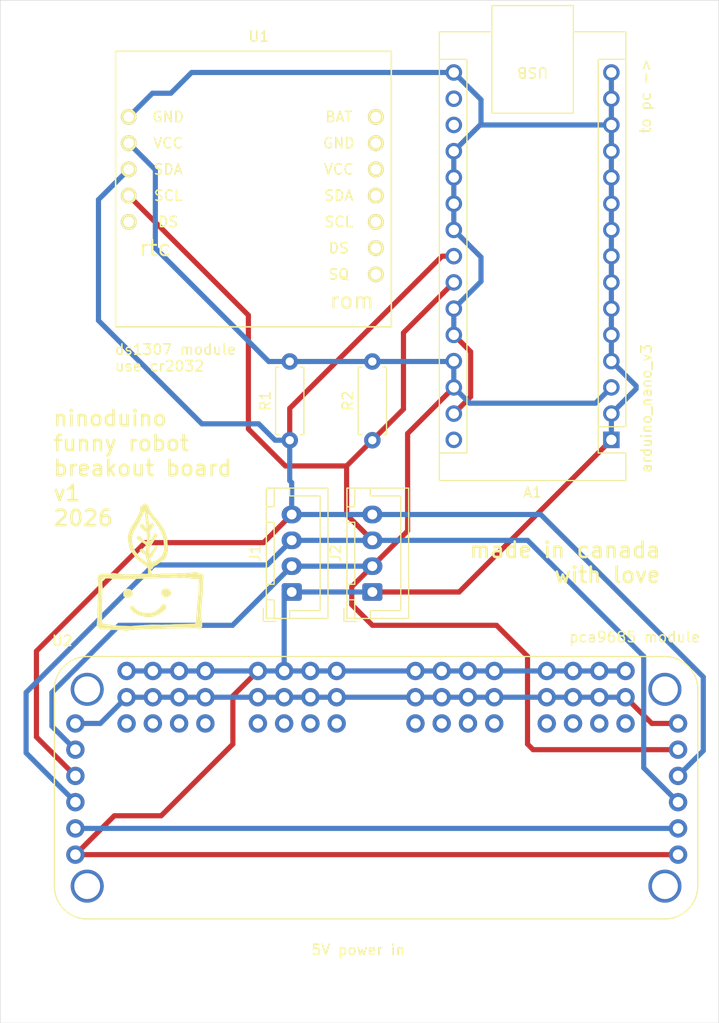
<source format=kicad_pcb>
(kicad_pcb (version 20241229) (generator "pcbnew") (generator_version "9.0")
  (layers (0 "F.Cu" signal) (2 "B.Cu" signal) (13 "F.Paste" user) (15 "B.Paste" user) (5 "F.SilkS" user "F.Silkscreen") (7 "B.SilkS" user "B.Silkscreen") (1 "F.Mask" user) (3 "B.Mask" user) (25 "Edge.Cuts" user))
  (net 0 "")
  (net 1 "GND")
  (net 2 "VBUS")
  (net 3 "SDA")
  (net 5 "SCL")
  (net 16 "+5V")
  (net 22 "Net-(U2-~{OE}-PadOE_1)")
  (footprint "Resistor_THT:R_Axial_DIN0207_L6.3mm_D2.5mm_P7.62mm_Horizontal" (layer "F.Cu") (at 146.49 88.587 90)
    (property "Reference" "R2" (at 3.81 -2.37 90) (layer "F.SilkS"))
    (property "Value" "10k")
    (pad "1" thru_hole circle (at 0 0 90) (size 1.6 1.6) (drill 0.8) (layers "*.Cu" "*.Mask") (net 5 "SCL"))
    (pad "2" thru_hole circle (at 7.62 0 90) (size 1.6 1.6) (drill 0.8) (layers "*.Cu" "*.Mask") (net 2 "VBUS"))
  )
  (footprint "Library:Tiny_RTC_DS1307" (layer "F.Cu") (at 134.355 62.372 180)
    (property "Reference" "U1" (at -1.145 12.872 0) (layer "F.SilkS"))
    (property "Value" "Tiny_RTC_DS1307" (hide yes))
    (fp_text user "SQ" (at -8.89 -10.16 0) (layer "F.SilkS"))
    (fp_text user "VCC" (at 7.62 2.54 0) (layer "F.SilkS"))
    (fp_text user "GND" (at 7.62 5.08 0) (layer "F.SilkS"))
    (fp_text user "BAT" (at -8.89 5.08 0) (layer "F.SilkS"))
    (fp_text user "DS" (at 7.62 -5.08 0) (layer "F.SilkS"))
    (fp_text user "SDA" (at 7.62 0 0) (layer "F.SilkS"))
    (fp_text user "rom" (at -10.16 -12.7 0) (layer "F.SilkS") (effects (font (size 1.5 1.5) (thickness 0.2))))
    (fp_text user "rtc" (at 8.89 -7.62 0) (layer "F.SilkS") (effects (font (size 1.5 1.5) (thickness 0.2))))
    (fp_text user "SDA" (at -8.89 -2.54 0) (layer "F.SilkS"))
    (fp_text user "SCL" (at 7.62 -2.54 0) (layer "F.SilkS"))
    (fp_text user "VCC" (at -8.89 0 0) (layer "F.SilkS"))
    (fp_text user "GND" (at -8.89 2.54 0) (layer "F.SilkS"))
    (fp_text user "SCL" (at -8.89 -5.08 0) (layer "F.SilkS"))
    (fp_text user "DS" (at -8.89 -7.62 0) (layer "F.SilkS"))
    (pad "1" thru_hole circle (at -12.47 5.08 180) (size 1.524 1.524) (drill 1) (layers "*.Cu" "*.Mask" "F.SilkS"))
    (pad "2" thru_hole circle (at -12.47 2.54 180) (size 1.524 1.524) (drill 1) (layers "*.Cu" "*.Mask" "F.SilkS"))
    (pad "3" thru_hole circle (at -12.47 0 180) (size 1.524 1.524) (drill 1) (layers "*.Cu" "*.Mask" "F.SilkS"))
    (pad "4" thru_hole circle (at -12.47 -2.54 180) (size 1.524 1.524) (drill 1) (layers "*.Cu" "*.Mask" "F.SilkS"))
    (pad "5" thru_hole circle (at -12.47 -5.08 180) (size 1.524 1.524) (drill 1) (layers "*.Cu" "*.Mask" "F.SilkS"))
    (pad "6" thru_hole circle (at -12.47 -7.62 180) (size 1.524 1.524) (drill 1) (layers "*.Cu" "*.Mask" "F.SilkS"))
    (pad "7" thru_hole circle (at -12.47 -10.16 180) (size 1.524 1.524) (drill 1) (layers "*.Cu" "*.Mask" "F.SilkS"))
    (pad "8" thru_hole circle (at 11.43 5.08 180) (size 1.524 1.524) (drill 1) (layers "*.Cu" "*.Mask" "F.SilkS") (net 1 "GND"))
    (pad "9" thru_hole circle (at 11.43 2.54 180) (size 1.524 1.524) (drill 1) (layers "*.Cu" "*.Mask" "F.SilkS") (net 2 "VBUS"))
    (pad "10" thru_hole circle (at 11.43 0 180) (size 1.524 1.524) (drill 1) (layers "*.Cu" "*.Mask" "F.SilkS") (net 3 "SDA"))
    (pad "11" thru_hole circle (at 11.43 -2.54 180) (size 1.524 1.524) (drill 1) (layers "*.Cu" "*.Mask" "F.SilkS") (net 5 "SCL"))
    (pad "12" thru_hole circle (at 11.43 -5.08 180) (size 1.524 1.524) (drill 1) (layers "*.Cu" "*.Mask" "F.SilkS"))
  )
  (footprint "Connector_JST:JST_XH_B4B-XH-A_1x04_P2.50mm_Vertical" (layer "F.Cu") (at 146.49 103.277 90)
    (property "Reference" "J2" (at 3.75 -3.55 90) (layer "F.SilkS"))
    (property "Value" "I2C Jumper")
    (pad "1" thru_hole roundrect (at 0 0 90) (size 1.7 1.95) (drill 0.95) (layers "*.Cu" "*.Mask") (roundrect_rratio 0.147059) (net 1 "GND"))
    (pad "2" thru_hole oval (at 2.5 0 90) (size 1.7 1.95) (drill 0.95) (layers "*.Cu" "*.Mask") (net 2 "VBUS"))
    (pad "3" thru_hole oval (at 5 0 90) (size 1.7 1.95) (drill 0.95) (layers "*.Cu" "*.Mask") (net 5 "SCL"))
    (pad "4" thru_hole oval (at 7.5 0 90) (size 1.7 1.95) (drill 0.95) (layers "*.Cu" "*.Mask") (net 3 "SDA"))
  )
  (footprint "Library:MODULE_815" (layer "F.Cu") (at 146.85 122.223 180)
    (property "Reference" "U2" (at 30.35 14.223 0) (layer "F.SilkS"))
    (property "Value" "pca9685 module" (at -25.015 14.585 0) (layer "F.SilkS"))
    (pad "0" thru_hole circle (at -24.13 6.223 180) (size 1.778 1.778) (drill 1) (layers "*.Cu" "*.Mask"))
    (pad "1" thru_hole circle (at -21.59 6.223 180) (size 1.778 1.778) (drill 1) (layers "*.Cu" "*.Mask"))
    (pad "2" thru_hole circle (at -19.05 6.223 180) (size 1.778 1.778) (drill 1) (layers "*.Cu" "*.Mask"))
    (pad "3" thru_hole circle (at -16.51 6.223 180) (size 1.778 1.778) (drill 1) (layers "*.Cu" "*.Mask"))
    (pad "4" thru_hole circle (at -11.43 6.223 180) (size 1.778 1.778) (drill 1) (layers "*.Cu" "*.Mask"))
    (pad "5" thru_hole circle (at -8.89 6.223 180) (size 1.778 1.778) (drill 1) (layers "*.Cu" "*.Mask"))
    (pad "6" thru_hole circle (at -6.35 6.223 180) (size 1.778 1.778) (drill 1) (layers "*.Cu" "*.Mask"))
    (pad "7" thru_hole circle (at -3.81 6.223 180) (size 1.778 1.778) (drill 1) (layers "*.Cu" "*.Mask"))
    (pad "8" thru_hole circle (at 3.81 6.223 180) (size 1.778 1.778) (drill 1) (layers "*.Cu" "*.Mask"))
    (pad "9" thru_hole circle (at 6.35 6.223 180) (size 1.778 1.778) (drill 1) (layers "*.Cu" "*.Mask"))
    (pad "10" thru_hole circle (at 8.89 6.223 180) (size 1.778 1.778) (drill 1) (layers "*.Cu" "*.Mask"))
    (pad "11" thru_hole circle (at 11.43 6.223 180) (size 1.778 1.778) (drill 1) (layers "*.Cu" "*.Mask"))
    (pad "12" thru_hole circle (at 16.51 6.223 180) (size 1.778 1.778) (drill 1) (layers "*.Cu" "*.Mask"))
    (pad "13" thru_hole circle (at 19.05 6.223 180) (size 1.778 1.778) (drill 1) (layers "*.Cu" "*.Mask"))
    (pad "14" thru_hole circle (at 21.59 6.223 180) (size 1.778 1.778) (drill 1) (layers "*.Cu" "*.Mask"))
    (pad "15" thru_hole circle (at 24.13 6.223 180) (size 1.778 1.778) (drill 1) (layers "*.Cu" "*.Mask"))
    (pad "GND_1" thru_hole circle (at -29.21 -6.477 180) (size 1.778 1.778) (drill 1.016) (layers "*.Cu" "*.Mask") (net 1 "GND"))
    (pad "GND_2" thru_hole circle (at 29.083 -6.477 180) (size 1.778 1.778) (drill 1.016) (layers "*.Cu" "*.Mask") (net 1 "GND"))
    (pad "GND_3" thru_hole circle (at -24.13 11.303 180) (size 1.778 1.778) (drill 1) (layers "*.Cu" "*.Mask") (net 1 "GND"))
    (pad "GND_4" thru_hole circle (at -21.59 11.303 180) (size 1.778 1.778) (drill 1) (layers "*.Cu" "*.Mask") (net 1 "GND"))
    (pad "GND_5" thru_hole circle (at -19.05 11.303 180) (size 1.778 1.778) (drill 1) (layers "*.Cu" "*.Mask") (net 1 "GND"))
    (pad "GND_6" thru_hole circle (at -16.51 11.303 180) (size 1.778 1.778) (drill 1) (layers "*.Cu" "*.Mask") (net 1 "GND"))
    (pad "GND_7" thru_hole circle (at -11.43 11.303 180) (size 1.778 1.778) (drill 1) (layers "*.Cu" "*.Mask") (net 1 "GND"))
    (pad "GND_8" thru_hole circle (at -8.89 11.303 180) (size 1.778 1.778) (drill 1) (layers "*.Cu" "*.Mask") (net 1 "GND"))
    (pad "GND_9" thru_hole circle (at -6.35 11.303 180) (size 1.778 1.778) (drill 1) (layers "*.Cu" "*.Mask") (net 1 "GND"))
    (pad "GND_10" thru_hole circle (at -3.81 11.303 180) (size 1.778 1.778) (drill 1) (layers "*.Cu" "*.Mask") (net 1 "GND"))
    (pad "GND_11" thru_hole circle (at 3.81 11.303 180) (size 1.778 1.778) (drill 1) (layers "*.Cu" "*.Mask") (net 1 "GND"))
    (pad "GND_12" thru_hole circle (at 6.35 11.303 180) (size 1.778 1.778) (drill 1) (layers "*.Cu" "*.Mask") (net 1 "GND"))
    (pad "GND_13" thru_hole circle (at 8.89 11.303 180) (size 1.778 1.778) (drill 1) (layers "*.Cu" "*.Mask") (net 1 "GND"))
    (pad "GND_14" thru_hole circle (at 11.43 11.303 180) (size 1.778 1.778) (drill 1) (layers "*.Cu" "*.Mask") (net 1 "GND"))
    (pad "GND_15" thru_hole circle (at 16.51 11.303 180) (size 1.778 1.778) (drill 1) (layers "*.Cu" "*.Mask") (net 1 "GND"))
    (pad "GND_16" thru_hole circle (at 19.05 11.303 180) (size 1.778 1.778) (drill 1) (layers "*.Cu" "*.Mask") (net 1 "GND"))
    (pad "GND_17" thru_hole circle (at 21.59 11.303 180) (size 1.778 1.778) (drill 1) (layers "*.Cu" "*.Mask") (net 1 "GND"))
    (pad "GND_18" thru_hole circle (at 24.13 11.303 180) (size 1.778 1.778) (drill 1) (layers "*.Cu" "*.Mask") (net 1 "GND"))
    (pad "OE_1" thru_hole circle (at -29.21 -3.937 180) (size 1.778 1.778) (drill 1.016) (layers "*.Cu" "*.Mask") (net 22 "Net-(U2-~{OE}-PadOE_1)"))
    (pad "OE_2" thru_hole circle (at 29.083 -3.937 180) (size 1.778 1.778) (drill 1.016) (layers "*.Cu" "*.Mask") (net 22 "Net-(U2-~{OE}-PadOE_1)"))
    (pad "S1" thru_hole circle (at -27.94 -9.525 180) (size 3.2 3.2) (drill 2.5) (layers "*.Cu" "*.Mask"))
    (pad "S2" thru_hole circle (at 27.94 -9.525 180) (size 3.2 3.2) (drill 2.5) (layers "*.Cu" "*.Mask"))
    (pad "S3" thru_hole circle (at -27.94 9.525 180) (size 3.2 3.2) (drill 2.5) (layers "*.Cu" "*.Mask"))
    (pad "S4" thru_hole circle (at 27.94 9.525 180) (size 3.2 3.2) (drill 2.5) (layers "*.Cu" "*.Mask"))
    (pad "SCL_1" thru_hole circle (at -29.21 -1.397 180) (size 1.778 1.778) (drill 1.016) (layers "*.Cu" "*.Mask") (net 5 "SCL"))
    (pad "SCL_2" thru_hole circle (at 29.083 -1.397 180) (size 1.778 1.778) (drill 1.016) (layers "*.Cu" "*.Mask") (net 5 "SCL"))
    (pad "SDA_1" thru_hole circle (at -29.21 1.143 180) (size 1.778 1.778) (drill 1.016) (layers "*.Cu" "*.Mask") (net 3 "SDA"))
    (pad "SDA_2" thru_hole circle (at 29.083 1.143 180) (size 1.778 1.778) (drill 1.016) (layers "*.Cu" "*.Mask") (net 3 "SDA"))
    (pad "V+_1" thru_hole circle (at -29.21 6.223 180) (size 1.778 1.778) (drill 1.016) (layers "*.Cu" "*.Mask") (net 16 "+5V"))
    (pad "V+_2" thru_hole circle (at 29.083 6.223 180) (size 1.778 1.778) (drill 1.016) (layers "*.Cu" "*.Mask") (net 16 "+5V"))
    (pad "V+_3" thru_hole circle (at -24.13 8.763 180) (size 1.778 1.778) (drill 1) (layers "*.Cu" "*.Mask") (net 16 "+5V"))
    (pad "V+_4" thru_hole circle (at -21.59 8.763 180) (size 1.778 1.778) (drill 1) (layers "*.Cu" "*.Mask") (net 16 "+5V"))
    (pad "V+_5" thru_hole circle (at -19.05 8.763 180) (size 1.778 1.778) (drill 1) (layers "*.Cu" "*.Mask") (net 16 "+5V"))
    (pad "V+_6" thru_hole circle (at -16.51 8.763 180) (size 1.778 1.778) (drill 1) (layers "*.Cu" "*.Mask") (net 16 "+5V"))
    (pad "V+_7" thru_hole circle (at -11.43 8.763 180) (size 1.778 1.778) (drill 1) (layers "*.Cu" "*.Mask") (net 16 "+5V"))
    (pad "V+_8" thru_hole circle (at -8.89 8.763 180) (size 1.778 1.778) (drill 1) (layers "*.Cu" "*.Mask") (net 16 "+5V"))
    (pad "V+_9" thru_hole circle (at -6.35 8.763 180) (size 1.778 1.778) (drill 1) (layers "*.Cu" "*.Mask") (net 16 "+5V"))
    (pad "V+_10" thru_hole circle (at -3.81 8.763 180) (size 1.778 1.778) (drill 1) (layers "*.Cu" "*.Mask") (net 16 "+5V"))
    (pad "V+_11" thru_hole circle (at 3.81 8.763 180) (size 1.778 1.778) (drill 1) (layers "*.Cu" "*.Mask") (net 16 "+5V"))
    (pad "V+_12" thru_hole circle (at 6.35 8.763 180) (size 1.778 1.778) (drill 1) (layers "*.Cu" "*.Mask") (net 16 "+5V"))
    (pad "V+_13" thru_hole circle (at 8.89 8.763 180) (size 1.778 1.778) (drill 1) (layers "*.Cu" "*.Mask") (net 16 "+5V"))
    (pad "V+_14" thru_hole circle (at 11.43 8.763 180) (size 1.778 1.778) (drill 1) (layers "*.Cu" "*.Mask") (net 16 "+5V"))
    (pad "V+_15" thru_hole circle (at 16.51 8.763 180) (size 1.778 1.778) (drill 1) (layers "*.Cu" "*.Mask") (net 16 "+5V"))
    (pad "V+_16" thru_hole circle (at 19.05 8.763 180) (size 1.778 1.778) (drill 1) (layers "*.Cu" "*.Mask") (net 16 "+5V"))
    (pad "V+_17" thru_hole circle (at 21.59 8.763 180) (size 1.778 1.778) (drill 1) (layers "*.Cu" "*.Mask") (net 16 "+5V"))
    (pad "V+_18" thru_hole circle (at 24.13 8.763 180) (size 1.778 1.778) (drill 1) (layers "*.Cu" "*.Mask") (net 16 "+5V"))
    (pad "VCC_1" thru_hole circle (at -29.21 3.683 180) (size 1.778 1.778) (drill 1.016) (layers "*.Cu" "*.Mask") (net 2 "VBUS"))
    (pad "VCC_2" thru_hole circle (at 29.083 3.683 180) (size 1.778 1.778) (drill 1.016) (layers "*.Cu" "*.Mask") (net 2 "VBUS"))
  )
  (footprint "Module:Arduino_Nano" (layer "F.Cu") (at 169.61 88.55 180)
    (property "Reference" "A1" (at 7.62 -5.08 0) (layer "F.SilkS"))
    (property "Value" "arduino_nano_v3" (at -3.39 3.05 90) (layer "F.SilkS"))
    (fp_text user "USB" (at 7.62 35.56 180) (layer "F.SilkS"))
    (pad "1" thru_hole rect (at 0 0 180) (size 1.6 1.6) (drill 1) (layers "*.Cu" "*.Mask") (net 1 "GND"))
    (pad "2" thru_hole oval (at 0 2.54 180) (size 1.6 1.6) (drill 1) (layers "*.Cu" "*.Mask") (net 1 "GND"))
    (pad "3" thru_hole oval (at 0 5.08 180) (size 1.6 1.6) (drill 1) (layers "*.Cu" "*.Mask") (net 2 "VBUS"))
    (pad "4" thru_hole oval (at 0 7.62 180) (size 1.6 1.6) (drill 1) (layers "*.Cu" "*.Mask") (net 1 "GND"))
    (pad "5" thru_hole oval (at 0 10.16 180) (size 1.6 1.6) (drill 1) (layers "*.Cu" "*.Mask") (net 1 "GND"))
    (pad "6" thru_hole oval (at 0 12.7 180) (size 1.6 1.6) (drill 1) (layers "*.Cu" "*.Mask") (net 1 "GND"))
    (pad "7" thru_hole oval (at 0 15.24 180) (size 1.6 1.6) (drill 1) (layers "*.Cu" "*.Mask") (net 1 "GND"))
    (pad "8" thru_hole oval (at 0 17.78 180) (size 1.6 1.6) (drill 1) (layers "*.Cu" "*.Mask") (net 1 "GND"))
    (pad "9" thru_hole oval (at 0 20.32 180) (size 1.6 1.6) (drill 1) (layers "*.Cu" "*.Mask") (net 1 "GND"))
    (pad "10" thru_hole oval (at 0 22.86 180) (size 1.6 1.6) (drill 1) (layers "*.Cu" "*.Mask") (net 1 "GND"))
    (pad "11" thru_hole oval (at 0 25.4 180) (size 1.6 1.6) (drill 1) (layers "*.Cu" "*.Mask") (net 1 "GND"))
    (pad "12" thru_hole oval (at 0 27.94 180) (size 1.6 1.6) (drill 1) (layers "*.Cu" "*.Mask") (net 1 "GND"))
    (pad "13" thru_hole oval (at 0 30.48 180) (size 1.6 1.6) (drill 1) (layers "*.Cu" "*.Mask") (net 1 "GND"))
    (pad "14" thru_hole oval (at 0 33.02 180) (size 1.6 1.6) (drill 1) (layers "*.Cu" "*.Mask") (net 1 "GND"))
    (pad "15" thru_hole oval (at 0 35.56 180) (size 1.6 1.6) (drill 1) (layers "*.Cu" "*.Mask") (net 1 "GND"))
    (pad "16" thru_hole oval (at 15.24 35.56 180) (size 1.6 1.6) (drill 1) (layers "*.Cu" "*.Mask") (net 1 "GND"))
    (pad "17" thru_hole oval (at 15.24 33.02 180) (size 1.6 1.6) (drill 1) (layers "*.Cu" "*.Mask"))
    (pad "18" thru_hole oval (at 15.24 30.48 180) (size 1.6 1.6) (drill 1) (layers "*.Cu" "*.Mask"))
    (pad "19" thru_hole oval (at 15.24 27.94 180) (size 1.6 1.6) (drill 1) (layers "*.Cu" "*.Mask") (net 1 "GND"))
    (pad "20" thru_hole oval (at 15.24 25.4 180) (size 1.6 1.6) (drill 1) (layers "*.Cu" "*.Mask") (net 1 "GND"))
    (pad "21" thru_hole oval (at 15.24 22.86 180) (size 1.6 1.6) (drill 1) (layers "*.Cu" "*.Mask") (net 1 "GND"))
    (pad "22" thru_hole oval (at 15.24 20.32 180) (size 1.6 1.6) (drill 1) (layers "*.Cu" "*.Mask") (net 1 "GND"))
    (pad "23" thru_hole oval (at 15.24 17.78 180) (size 1.6 1.6) (drill 1) (layers "*.Cu" "*.Mask") (net 3 "SDA"))
    (pad "24" thru_hole oval (at 15.24 15.24 180) (size 1.6 1.6) (drill 1) (layers "*.Cu" "*.Mask") (net 5 "SCL"))
    (pad "25" thru_hole oval (at 15.24 12.7 180) (size 1.6 1.6) (drill 1) (layers "*.Cu" "*.Mask") (net 1 "GND"))
    (pad "26" thru_hole oval (at 15.24 10.16 180) (size 1.6 1.6) (drill 1) (layers "*.Cu" "*.Mask") (net 1 "GND"))
    (pad "27" thru_hole oval (at 15.24 7.62 180) (size 1.6 1.6) (drill 1) (layers "*.Cu" "*.Mask") (net 2 "VBUS"))
    (pad "28" thru_hole oval (at 15.24 5.08 180) (size 1.6 1.6) (drill 1) (layers "*.Cu" "*.Mask") (net 2 "VBUS"))
    (pad "29" thru_hole oval (at 15.24 2.54 180) (size 1.6 1.6) (drill 1) (layers "*.Cu" "*.Mask") (net 1 "GND"))
    (pad "30" thru_hole oval (at 15.24 0 180) (size 1.6 1.6) (drill 1) (layers "*.Cu" "*.Mask"))
  )
  (footprint "Library:ninoduino" (layer "F.Cu") (at 124.64367 102)
    (property "Reference" "G***" (hide yes))
    (property "Value" "LOGO" (hide yes))
  )
  (footprint "MountingHole:MountingHole_3.2mm_M3" (layer "F.Cu") (at 175 140)
    (property "Reference" "REF**" (hide yes))
    (property "Value" "MountingHole_3.2mm_M3" (hide yes))
    (pad "" np_thru_hole circle (at 0 0) (size 3.2 3.2) (drill 3.2) (layers "*.Cu" "*.Mask"))
  )
  (footprint "Connector_JST:JST_XH_B4B-XH-A_1x04_P2.50mm_Vertical" (layer "F.Cu") (at 138.69 103.277 90)
    (property "Reference" "J1" (at 3.75 -3.55 90) (layer "F.SilkS"))
    (property "Value" "To SSD1306OLED")
    (pad "1" thru_hole roundrect (at 0 0 90) (size 1.7 1.95) (drill 0.95) (layers "*.Cu" "*.Mask") (roundrect_rratio 0.147059) (net 1 "GND"))
    (pad "2" thru_hole oval (at 2.5 0 90) (size 1.7 1.95) (drill 0.95) (layers "*.Cu" "*.Mask") (net 2 "VBUS"))
    (pad "3" thru_hole oval (at 5 0 90) (size 1.7 1.95) (drill 0.95) (layers "*.Cu" "*.Mask") (net 5 "SCL"))
    (pad "4" thru_hole oval (at 7.5 0 90) (size 1.7 1.95) (drill 0.95) (layers "*.Cu" "*.Mask") (net 3 "SDA"))
  )
  (footprint "MountingHole:MountingHole_3.2mm_M3" (layer "F.Cu") (at 115.5 51)
    (property "Reference" "REF**" (hide yes))
    (property "Value" "MountingHole_3.2mm_M3" (hide yes))
    (pad "" np_thru_hole circle (at 0 0) (size 3.2 3.2) (drill 3.2) (layers "*.Cu" "*.Mask"))
  )
  (footprint "Resistor_THT:R_Axial_DIN0207_L6.3mm_D2.5mm_P7.62mm_Horizontal" (layer "F.Cu") (at 138.5 88.587 90)
    (property "Reference" "R1" (at 3.81 -2.37 90) (layer "F.SilkS"))
    (property "Value" "10k")
    (pad "1" thru_hole circle (at 0 0 90) (size 1.6 1.6) (drill 0.8) (layers "*.Cu" "*.Mask") (net 3 "SDA"))
    (pad "2" thru_hole circle (at 7.62 0 90) (size 1.6 1.6) (drill 0.8) (layers "*.Cu" "*.Mask") (net 2 "VBUS"))
  )
  (gr_rect (start 110.5 46) (end 180 145) (stroke (width 0.05)) (fill no) (layer "Edge.Cuts"))
  (gr_text "to pc ->" (at 173.5 59 90) (layer "F.SilkS") (effects (font (size 1 1)) (justify left bottom)))
  (gr_text "ninoduino\nfunny robot\nbreakout board\nv1\n2026" (at 115.5 97 0) (layer "F.SilkS") (effects (font (size 1.5 1.5) (thickness 0.25) (bold yes)) (justify left bottom)))
  (gr_text "5V power in" (at 140.5 138.5 0) (layer "F.SilkS") (effects (font (size 1 1)) (justify left bottom)))
  (gr_text "ds1307 module\nuse cr2032" (at 121.5 82 0) (layer "F.SilkS") (effects (font (size 1 1)) (justify left bottom)))
  (gr_text "made in canada\nwith love" (at 174.5 102.5 0) (layer "F.SilkS") (effects (font (size 1.5 1.5) (thickness 0.25) (bold yes)) (justify right bottom)))
  (segment (start 154.37 78.39) (end 156 80.02) (width 0.5) (layer "F.Cu") (net 1))
  (segment (start 176.06 128.7) (end 117.767 128.7) (width 0.5) (layer "F.Cu") (net 1))
  (segment (start 133 118) (end 133 113.34) (width 0.5) (layer "F.Cu") (net 1))
  (segment (start 156 80.02) (end 156 84.38) (width 0.5) (layer "F.Cu") (net 1))
  (segment (start 126.063 124.937) (end 133 118) (width 0.5) (layer "F.Cu") (net 1))
  (segment (start 146.49 103.277) (end 154.883 103.277) (width 0.5) (layer "F.Cu") (net 1))
  (segment (start 156 84.38) (end 154.37 86.01) (width 0.5) (layer "F.Cu") (net 1))
  (segment (start 154.883 103.277) (end 169.61 88.55) (width 0.5) (layer "F.Cu") (net 1))
  (segment (start 133 113.34) (end 135.42 110.92) (width 0.5) (layer "F.Cu") (net 1))
  (segment (start 121.53 124.937) (end 126.063 124.937) (width 0.5) (layer "F.Cu") (net 1))
  (segment (start 117.767 128.7) (end 121.53 124.937) (width 0.5) (layer "F.Cu") (net 1))
  (segment (start 154.37 52.99) (end 157 55.62) (width 0.5) (layer "B.Cu") (net 1))
  (segment (start 172 83.62) (end 169.61 86.01) (width 0.5) (layer "B.Cu") (net 1))
  (segment (start 157 55.62) (end 157 57.98) (width 0.5) (layer "B.Cu") (net 1))
  (segment (start 157 57.98) (end 154.37 60.61) (width 0.5) (layer "B.Cu") (net 1))
  (segment (start 172 83.32) (end 172 83.62) (width 0.5) (layer "B.Cu") (net 1))
  (segment (start 125.217 55) (end 127 55) (width 0.5) (layer "B.Cu") (net 1))
  (segment (start 157.09 58.07) (end 169.61 58.07) (width 0.5) (layer "B.Cu") (net 1))
  (segment (start 169.61 80.93) (end 172 83.32) (width 0.5) (layer "B.Cu") (net 1))
  (segment (start 157 70.86) (end 157 73.22) (width 0.5) (layer "B.Cu") (net 1))
  (segment (start 169.61 80.93) (end 169.61 52.99) (width 0.5) (layer "B.Cu") (net 1))
  (segment (start 157 57.98) (end 157.09 58.07) (width 0.5) (layer "B.Cu") (net 1))
  (segment (start 137.96 104.04) (end 137.96 110.92) (width 0.5) (layer "B.Cu") (net 1))
  (segment (start 138.69 103.31) (end 137.96 104.04) (width 0.5) (layer "B.Cu") (net 1))
  (segment (start 157 73.22) (end 154.37 75.85) (width 0.5) (layer "B.Cu") (net 1))
  (segment (start 170.98 110.92) (end 122.72 110.92) (width 0.5) (layer "B.Cu") (net 1))
  (segment (start 129.01 52.99) (end 154.37 52.99) (width 0.5) (layer "B.Cu") (net 1))
  (segment (start 138.69 103.277) (end 138.69 103.31) (width 0.5) (layer "B.Cu") (net 1))
  (segment (start 127 55) (end 129.01 52.99) (width 0.5) (layer "B.Cu") (net 1))
  (segment (start 154.37 60.61) (end 154.37 68.23) (width 0.5) (layer "B.Cu") (net 1))
  (segment (start 154.37 75.85) (end 154.37 78.39) (width 0.5) (layer "B.Cu") (net 1))
  (segment (start 146.49 103.277) (end 138.69 103.277) (width 0.5) (layer "B.Cu") (net 1))
  (segment (start 169.61 88.55) (end 169.61 86.01) (width 0.5) (layer "B.Cu") (net 1))
  (segment (start 122.925 57.292) (end 125.217 55) (width 0.5) (layer "B.Cu") (net 1))
  (segment (start 154.37 68.23) (end 157 70.86) (width 0.5) (layer "B.Cu") (net 1))
  (segment (start 146.5 106.5) (end 158.5 106.5) (width 0.5) (layer "F.Cu") (net 2))
  (segment (start 149.901 97.366) (end 146.49 100.777) (width 0.5) (layer "F.Cu") (net 2))
  (segment (start 149.901 87.939) (end 149.901 97.366) (width 0.5) (layer "F.Cu") (net 2))
  (segment (start 144.5 104.5) (end 146.5 106.5) (width 0.5) (layer "F.Cu") (net 2))
  (segment (start 158.5 106.5) (end 161.5 109.5) (width 0.5) (layer "F.Cu") (net 2))
  (segment (start 161.5 118) (end 162.04 118.54) (width 0.5) (layer "F.Cu") (net 2))
  (segment (start 161.5 109.5) (end 161.5 118) (width 0.5) (layer "F.Cu") (net 2))
  (segment (start 146.49 100.777) (end 144.5 102.767) (width 0.5) (layer "F.Cu") (net 2))
  (segment (start 162.04 118.54) (end 176.06 118.54) (width 0.5) (layer "F.Cu") (net 2))
  (segment (start 154.37 83.47) (end 149.901 87.939) (width 0.5) (layer "F.Cu") (net 2))
  (segment (start 144.5 102.767) (end 144.5 104.5) (width 0.5) (layer "F.Cu") (net 2))
  (segment (start 138.5 80.967) (end 146.49 80.967) (width 0.5) (layer "B.Cu") (net 2))
  (segment (start 146.49 80.967) (end 154.333 80.967) (width 0.5) (layer "B.Cu") (net 2))
  (segment (start 125.5 62.407) (end 122.925 59.832) (width 0.5) (layer "B.Cu") (net 2))
  (segment (start 117.767 118.54) (end 115.5 116.273) (width 0.5) (layer "B.Cu") (net 2))
  (segment (start 136.467 80.967) (end 125.5 70) (width 0.5) (layer "B.Cu") (net 2))
  (segment (start 169.61 83.47) (end 168.08 85) (width 0.5) (layer "B.Cu") (net 2))
  (segment (start 115.5 113) (end 122 106.5) (width 0.5) (layer "B.Cu") (net 2))
  (segment (start 125.5 70) (end 125.5 62.407) (width 0.5) (layer "B.Cu") (net 2))
  (segment (start 132.967 106.5) (end 138.69 100.777) (width 0.5) (layer "B.Cu") (net 2))
  (segment (start 138.69 100.777) (end 146.49 100.777) (width 0.5) (layer "B.Cu") (net 2))
  (segment (start 138.5 80.967) (end 136.467 80.967) (width 0.5) (layer "B.Cu") (net 2))
  (segment (start 154.37 80.93) (end 154.37 83.47) (width 0.5) (layer "B.Cu") (net 2))
  (segment (start 168.08 85) (end 155.9 85) (width 0.5) (layer "B.Cu") (net 2))
  (segment (start 138.69 100.777) (end 138.69 100.81) (width 0.5) (layer "B.Cu") (net 2))
  (segment (start 155.9 85) (end 154.37 83.47) (width 0.5) (layer "B.Cu") (net 2))
  (segment (start 154.333 80.967) (end 154.37 80.93) (width 0.5) (layer "B.Cu") (net 2))
  (segment (start 122 106.5) (end 132.967 106.5) (width 0.5) (layer "B.Cu") (net 2))
  (segment (start 115.5 116.273) (end 115.5 113) (width 0.5) (layer "B.Cu") (net 2))
  (segment (start 124.5 98.5) (end 114 109) (width 0.5) (layer "F.Cu") (net 3))
  (segment (start 135.967 98.5) (end 124.5 98.5) (width 0.5) (layer "F.Cu") (net 3))
  (segment (start 114 109) (end 114 117.313) (width 0.5) (layer "F.Cu") (net 3))
  (segment (start 138.5 88.587) (end 138.5 85.5) (width 0.5) (layer "F.Cu") (net 3))
  (segment (start 153.23 70.77) (end 154.37 70.77) (width 0.5) (layer "F.Cu") (net 3))
  (segment (start 138.69 95.777) (end 135.967 98.5) (width 0.5) (layer "F.Cu") (net 3))
  (segment (start 114 117.313) (end 117.767 121.08) (width 0.5) (layer "F.Cu") (net 3))
  (segment (start 138.5 85.5) (end 153.23 70.77) (width 0.5) (layer "F.Cu") (net 3))
  (segment (start 138.69 95.777) (end 146.49 95.777) (width 0.5) (layer "B.Cu") (net 3))
  (segment (start 122.925 62.372) (end 120 65.297) (width 0.5) (layer "B.Cu") (net 3))
  (segment (start 130 87) (end 135.5 87) (width 0.5) (layer "B.Cu") (net 3))
  (segment (start 120 77) (end 130 87) (width 0.5) (layer "B.Cu") (net 3))
  (segment (start 135.5 87) (end 137.087 88.587) (width 0.5) (layer "B.Cu") (net 3))
  (segment (start 146.49 95.777) (end 162.777 95.777) (width 0.5) (layer "B.Cu") (net 3))
  (segment (start 162.777 95.777) (end 178.5 111.5) (width 0.5) (layer "B.Cu") (net 3))
  (segment (start 120 65.297) (end 120 77) (width 0.5) (layer "B.Cu") (net 3))
  (segment (start 138.69 95.777) (end 138.69 92.69) (width 0.5) (layer "B.Cu") (net 3))
  (segment (start 178.5 111.5) (end 178.5 118.64) (width 0.5) (layer "B.Cu") (net 3))
  (segment (start 178.5 118.64) (end 176.06 121.08) (width 0.5) (layer "B.Cu") (net 3))
  (segment (start 138.69 92.69) (end 138.5 92.5) (width 0.5) (layer "B.Cu") (net 3))
  (segment (start 137.087 88.587) (end 138.5 88.587) (width 0.5) (layer "B.Cu") (net 3))
  (segment (start 138.5 92.5) (end 138.5 88.587) (width 0.5) (layer "B.Cu") (net 3))
  (segment (start 146.49 98.277) (end 144 95.787) (width 0.5) (layer "F.Cu") (net 5))
  (segment (start 144 95.787) (end 144 91.077) (width 0.5) (layer "F.Cu") (net 5))
  (segment (start 149.5 78.18) (end 154.37 73.31) (width 0.5) (layer "F.Cu") (net 5))
  (segment (start 134.5 76.487) (end 134.5 87.5) (width 0.5) (layer "F.Cu") (net 5))
  (segment (start 144 91.077) (end 146.49 88.587) (width 0.5) (layer "F.Cu") (net 5))
  (segment (start 146.49 88.587) (end 149.5 85.577) (width 0.5) (layer "F.Cu") (net 5))
  (segment (start 134.5 87.5) (end 138.077 91.077) (width 0.5) (layer "F.Cu") (net 5))
  (segment (start 149.5 85.577) (end 149.5 78.18) (width 0.5) (layer "F.Cu") (net 5))
  (segment (start 122.925 64.912) (end 134.5 76.487) (width 0.5) (layer "F.Cu") (net 5))
  (segment (start 138.077 91.077) (end 144 91.077) (width 0.5) (layer "F.Cu") (net 5))
  (segment (start 161.504523 98.277) (end 172.739 109.511477) (width 0.5) (layer "B.Cu") (net 5))
  (segment (start 172.739 120.299) (end 176.06 123.62) (width 0.5) (layer "B.Cu") (net 5))
  (segment (start 146.49 98.277) (end 161.504523 98.277) (width 0.5) (layer "B.Cu") (net 5))
  (segment (start 113 113) (end 113 118.853) (width 0.5) (layer "B.Cu") (net 5))
  (segment (start 138.69 98.277) (end 136.307 100.66) (width 0.5) (layer "B.Cu") (net 5))
  (segment (start 146.49 98.277) (end 138.69 98.277) (width 0.5) (layer "B.Cu") (net 5))
  (segment (start 136.307 100.66) (end 125.34 100.66) (width 0.5) (layer "B.Cu") (net 5))
  (segment (start 113 118.853) (end 117.767 123.62) (width 0.5) (layer "B.Cu") (net 5))
  (segment (start 125.34 100.66) (end 113 113) (width 0.5) (layer "B.Cu") (net 5))
  (segment (start 172.739 109.511477) (end 172.739 120.299) (width 0.5) (layer "B.Cu") (net 5))
  (segment (start 170.98 113.46) (end 173.52 116) (width 0.5) (layer "F.Cu") (net 16))
  (segment (start 173.52 116) (end 176.06 116) (width 0.5) (layer "F.Cu") (net 16))
  (segment (start 122.72 113.46) (end 170.98 113.46) (width 0.5) (layer "B.Cu") (net 16))
  (segment (start 120.18 116) (end 122.72 113.46) (width 0.5) (layer "B.Cu") (net 16))
  (segment (start 117.767 116) (end 120.18 116) (width 0.5) (layer "B.Cu") (net 16))
  (segment (start 176.06 126.16) (end 117.767 126.16) (width 0.5) (layer "B.Cu") (net 22))
)
</source>
